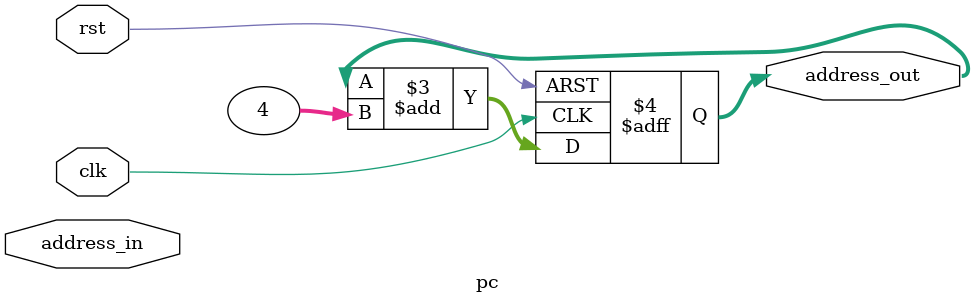
<source format=sv>
`timescale 1ns / 1ps


module pc #
(
parameter ADDRESS = 32 
)
(
    input                           clk,
    input                           rst,  
    input        [ADDRESS-1:0]    address_in,

    output logic [ADDRESS-1:0]    address_out
);

always_ff@(posedge clk or negedge rst) begin
    if(!rst)begin
        address_out <= 0;
    end
        else begin
        address_out <= address_out + 32'd4;
    end
end
endmodule

</source>
